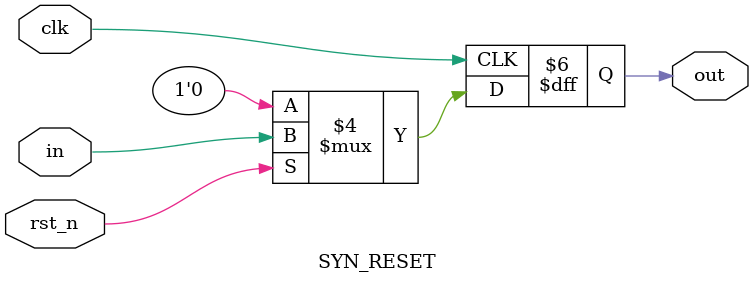
<source format=v>
module SYN_RESET(
input         clk,
input         rst_n,
input         in,
output reg    out
);

always @(posedge clk)
	if(rst_n == 1'b0)
		out <= 1'b0;
    else
		out <= in;

endmodule

</source>
